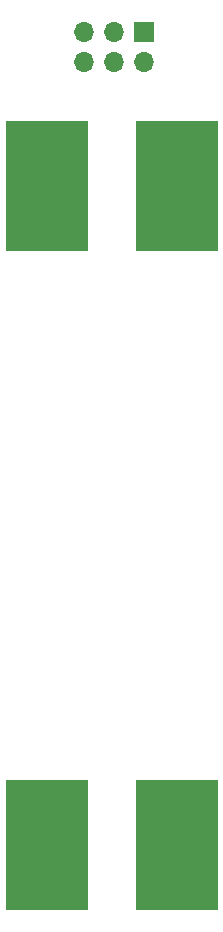
<source format=gbr>
%TF.GenerationSoftware,KiCad,Pcbnew,7.0.2*%
%TF.CreationDate,2023-05-10T22:13:46+02:00*%
%TF.ProjectId,ESPlant-Board,4553506c-616e-4742-9d42-6f6172642e6b,rev?*%
%TF.SameCoordinates,PX76c48e7PY1665c4c*%
%TF.FileFunction,Soldermask,Bot*%
%TF.FilePolarity,Negative*%
%FSLAX46Y46*%
G04 Gerber Fmt 4.6, Leading zero omitted, Abs format (unit mm)*
G04 Created by KiCad (PCBNEW 7.0.2) date 2023-05-10 22:13:46*
%MOMM*%
%LPD*%
G01*
G04 APERTURE LIST*
%ADD10R,7.000025X11.000025*%
%ADD11R,1.700000X1.700000*%
%ADD12O,1.700000X1.700000*%
G04 APERTURE END LIST*
D10*
%TO.C,BT1*%
X19942937Y-72220000D03*
X19942937Y-16469936D03*
X8942937Y-16469936D03*
X8942937Y-72220000D03*
%TD*%
D11*
%TO.C,J2*%
X17182937Y-3440000D03*
D12*
X17182937Y-5980000D03*
X14642937Y-3440000D03*
X14642937Y-5980000D03*
X12102937Y-3440000D03*
X12102937Y-5980000D03*
%TD*%
M02*

</source>
